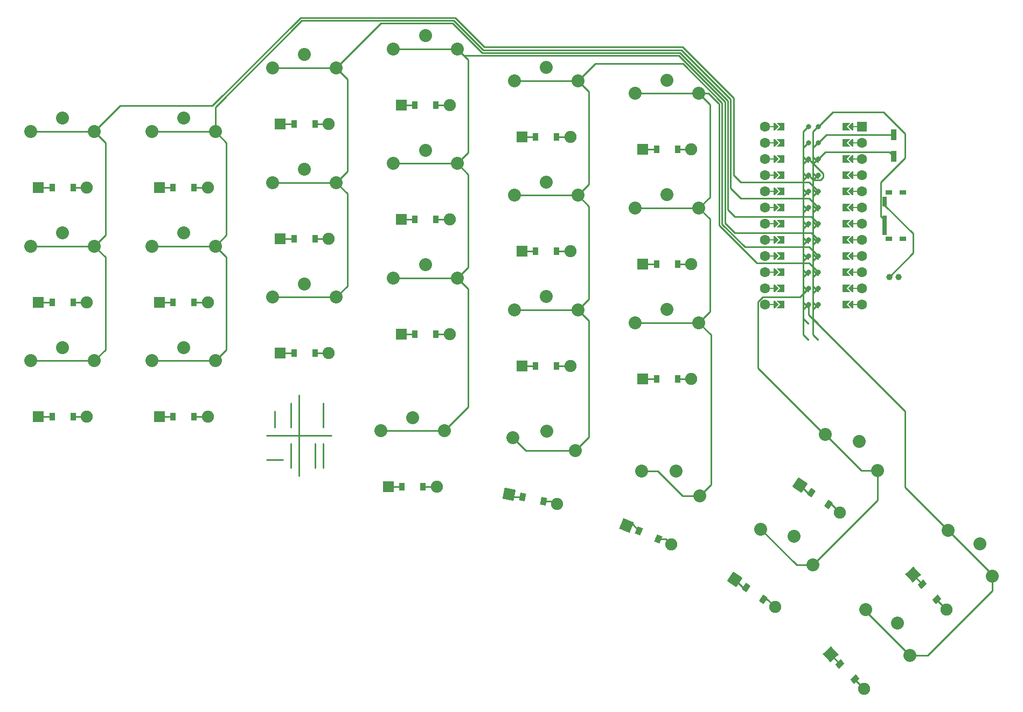
<source format=gbr>
%TF.GenerationSoftware,KiCad,Pcbnew,7.0.2-6a45011f42~172~ubuntu22.04.1*%
%TF.CreationDate,2023-05-10T23:38:50+02:00*%
%TF.ProjectId,keyboard,6b657962-6f61-4726-942e-6b696361645f,v1.0.0*%
%TF.SameCoordinates,Original*%
%TF.FileFunction,Copper,L2,Bot*%
%TF.FilePolarity,Positive*%
%FSLAX46Y46*%
G04 Gerber Fmt 4.6, Leading zero omitted, Abs format (unit mm)*
G04 Created by KiCad (PCBNEW 7.0.2-6a45011f42~172~ubuntu22.04.1) date 2023-05-10 23:38:50*
%MOMM*%
%LPD*%
G01*
G04 APERTURE LIST*
G04 Aperture macros list*
%AMRotRect*
0 Rectangle, with rotation*
0 The origin of the aperture is its center*
0 $1 length*
0 $2 width*
0 $3 Rotation angle, in degrees counterclockwise*
0 Add horizontal line*
21,1,$1,$2,0,0,$3*%
%AMFreePoly0*
4,1,5,0.125000,-0.500000,-0.125000,-0.500000,-0.125000,0.500000,0.125000,0.500000,0.125000,-0.500000,0.125000,-0.500000,$1*%
%AMFreePoly1*
4,1,6,0.600000,0.200000,0.000000,-0.400000,-0.600000,0.200000,-0.600000,0.400000,0.600000,0.400000,0.600000,0.200000,0.600000,0.200000,$1*%
%AMFreePoly2*
4,1,49,0.004652,0.123753,0.008918,0.124682,0.028635,0.117327,0.062500,0.108253,0.068172,0.102580,0.074910,0.100068,0.087486,0.083266,0.108253,0.062500,0.111163,0.051639,0.117119,0.043683,0.118510,0.024217,0.125000,0.000000,0.121245,-0.014013,0.122144,-0.026571,0.113772,-0.041901,0.108253,-0.062500,0.095633,-0.075119,0.088389,-0.088388,-0.641000,-0.817776,-0.641000,-4.770223,
0.088389,-5.499612,0.109711,-5.528094,0.124682,-5.596918,0.100068,-5.662910,0.043683,-5.705119,-0.026571,-5.710144,-0.088388,-5.676389,-0.854388,-4.910388,-0.867764,-4.892519,-0.871157,-4.889580,-0.871926,-4.886960,-0.875710,-4.881906,-0.882285,-4.851677,-0.891000,-4.822000,-0.891000,-0.766000,-0.887823,-0.743906,-0.888144,-0.739429,-0.886835,-0.737032,-0.885937,-0.730783,-0.869209,-0.704755,
-0.854388,-0.677612,-0.088388,0.088389,-0.064427,0.106325,-0.062500,0.108253,-0.061491,0.108523,-0.059906,0.109711,-0.044779,0.113001,0.000000,0.125000,0.004652,0.123753,0.004652,0.123753,$1*%
%AMFreePoly3*
4,1,6,0.600000,-0.250000,-0.600000,-0.250000,-0.600000,1.000000,0.000000,0.400000,0.600000,1.000000,0.600000,-0.250000,0.600000,-0.250000,$1*%
G04 Aperture macros list end*
%TA.AperFunction,ComponentPad*%
%ADD10C,1.000000*%
%TD*%
%TA.AperFunction,ComponentPad*%
%ADD11C,2.032000*%
%TD*%
%TA.AperFunction,ComponentPad*%
%ADD12R,1.778000X1.778000*%
%TD*%
%TA.AperFunction,SMDPad,CuDef*%
%ADD13R,0.900000X1.200000*%
%TD*%
%TA.AperFunction,ComponentPad*%
%ADD14C,1.905000*%
%TD*%
%TA.AperFunction,ComponentPad*%
%ADD15RotRect,1.778000X1.778000X337.000000*%
%TD*%
%TA.AperFunction,SMDPad,CuDef*%
%ADD16RotRect,0.900000X1.200000X337.000000*%
%TD*%
%TA.AperFunction,ComponentPad*%
%ADD17RotRect,1.778000X1.778000X314.000000*%
%TD*%
%TA.AperFunction,SMDPad,CuDef*%
%ADD18RotRect,0.900000X1.200000X314.000000*%
%TD*%
%TA.AperFunction,ComponentPad*%
%ADD19RotRect,1.778000X1.778000X325.500000*%
%TD*%
%TA.AperFunction,SMDPad,CuDef*%
%ADD20RotRect,0.900000X1.200000X325.500000*%
%TD*%
%TA.AperFunction,SMDPad,CuDef*%
%ADD21R,1.000000X0.800000*%
%TD*%
%TA.AperFunction,SMDPad,CuDef*%
%ADD22R,0.700000X1.500000*%
%TD*%
%TA.AperFunction,SMDPad,CuDef*%
%ADD23R,0.900000X1.700000*%
%TD*%
%TA.AperFunction,ComponentPad*%
%ADD24RotRect,1.778000X1.778000X348.500000*%
%TD*%
%TA.AperFunction,SMDPad,CuDef*%
%ADD25RotRect,0.900000X1.200000X348.500000*%
%TD*%
%TA.AperFunction,ComponentPad*%
%ADD26C,1.600000*%
%TD*%
%TA.AperFunction,ComponentPad*%
%ADD27R,1.600000X1.600000*%
%TD*%
%TA.AperFunction,SMDPad,CuDef*%
%ADD28FreePoly0,270.000000*%
%TD*%
%TA.AperFunction,SMDPad,CuDef*%
%ADD29FreePoly1,270.000000*%
%TD*%
%TA.AperFunction,SMDPad,CuDef*%
%ADD30FreePoly1,90.000000*%
%TD*%
%TA.AperFunction,SMDPad,CuDef*%
%ADD31FreePoly0,90.000000*%
%TD*%
%TA.AperFunction,SMDPad,CuDef*%
%ADD32FreePoly2,270.000000*%
%TD*%
%TA.AperFunction,ComponentPad*%
%ADD33C,0.800000*%
%TD*%
%TA.AperFunction,SMDPad,CuDef*%
%ADD34FreePoly3,90.000000*%
%TD*%
%TA.AperFunction,SMDPad,CuDef*%
%ADD35FreePoly3,270.000000*%
%TD*%
%TA.AperFunction,SMDPad,CuDef*%
%ADD36FreePoly2,90.000000*%
%TD*%
%TA.AperFunction,Conductor*%
%ADD37C,0.250000*%
%TD*%
G04 APERTURE END LIST*
D10*
%TO.P,,2*%
%TO.N,GND*%
X231400000Y-83000000D03*
%TO.P,,1*%
%TO.N,pos*%
X229900000Y-83000000D03*
%TD*%
D11*
%TO.P,S4,1*%
%TO.N,P20*%
X114000000Y-96200000D03*
X124000000Y-96200000D03*
%TO.P,S4,2*%
%TO.N,pinky_bottom*%
X119000000Y-94100000D03*
X119000000Y-94100000D03*
%TD*%
%TO.P,S21,1*%
%TO.N,P14*%
X190955367Y-113497941D03*
X200160416Y-117405252D03*
%TO.P,S21,2*%
%TO.N,middle_lower*%
X196378427Y-113518536D03*
X196378427Y-113518536D03*
%TD*%
%TO.P,S9,1*%
%TO.N,P19*%
X133000000Y-50200000D03*
X143000000Y-50200000D03*
%TO.P,S9,2*%
%TO.N,ring_top*%
X138000000Y-48100000D03*
X138000000Y-48100000D03*
%TD*%
D12*
%TO.P,D1,1*%
%TO.N,P2*%
X96190000Y-105000000D03*
D13*
X98350000Y-105000000D03*
%TO.P,D1,2*%
%TO.N,outer_bottom*%
X101650000Y-105000000D03*
D14*
X103810000Y-105000000D03*
%TD*%
D11*
%TO.P,S7,1*%
%TO.N,P19*%
X133000000Y-86200000D03*
X143000000Y-86200000D03*
%TO.P,S7,2*%
%TO.N,ring_bottom*%
X138000000Y-84100000D03*
X138000000Y-84100000D03*
%TD*%
D12*
%TO.P,D7,1*%
%TO.N,P2*%
X134190000Y-95000000D03*
D13*
X136350000Y-95000000D03*
%TO.P,D7,2*%
%TO.N,ring_bottom*%
X139650000Y-95000000D03*
D14*
X141810000Y-95000000D03*
%TD*%
D12*
%TO.P,D14,1*%
%TO.N,P0*%
X172190000Y-79000000D03*
D13*
X174350000Y-79000000D03*
%TO.P,D14,2*%
%TO.N,index_home*%
X177650000Y-79000000D03*
D14*
X179810000Y-79000000D03*
%TD*%
D15*
%TO.P,D21,1*%
%TO.N,P6*%
X188612334Y-122063353D03*
D16*
X190600624Y-122907333D03*
%TO.P,D21,2*%
%TO.N,middle_lower*%
X193638290Y-124196745D03*
D14*
X195626580Y-125040725D03*
%TD*%
D11*
%TO.P,S17,1*%
%TO.N,P14*%
X190000000Y-72200000D03*
X200000000Y-72200000D03*
%TO.P,S17,2*%
%TO.N,inner_home*%
X195000000Y-70100000D03*
X195000000Y-70100000D03*
%TD*%
%TO.P,S11,1*%
%TO.N,P18*%
X152000000Y-65200000D03*
X162000000Y-65200000D03*
%TO.P,S11,2*%
%TO.N,middle_home*%
X157000000Y-63100000D03*
X157000000Y-63100000D03*
%TD*%
D17*
%TO.P,D24,1*%
%TO.N,P6*%
X220690633Y-142266770D03*
D18*
X222191095Y-143820544D03*
%TO.P,D24,2*%
%TO.N,outer2_lower*%
X224483467Y-146194366D03*
D14*
X225983929Y-147748140D03*
%TD*%
D12*
%TO.P,D9,1*%
%TO.N,P1*%
X134190000Y-59000000D03*
D13*
X136350000Y-59000000D03*
%TO.P,D9,2*%
%TO.N,ring_top*%
X139650000Y-59000000D03*
D14*
X141810000Y-59000000D03*
%TD*%
D12*
%TO.P,D3,1*%
%TO.N,P1*%
X96190000Y-69000000D03*
D13*
X98350000Y-69000000D03*
%TO.P,D3,2*%
%TO.N,outer_top*%
X101650000Y-69000000D03*
D14*
X103810000Y-69000000D03*
%TD*%
D11*
%TO.P,S6,1*%
%TO.N,P20*%
X114000000Y-60200000D03*
X124000000Y-60200000D03*
%TO.P,S6,2*%
%TO.N,pinky_top*%
X119000000Y-58100000D03*
X119000000Y-58100000D03*
%TD*%
D19*
%TO.P,D23,1*%
%TO.N,P7*%
X215863984Y-115715733D03*
D20*
X217644097Y-116939171D03*
%TO.P,D23,2*%
%TO.N,outer1_upper*%
X220363713Y-118808311D03*
D14*
X222143826Y-120031749D03*
%TD*%
D11*
%TO.P,S14,1*%
%TO.N,P15*%
X171000000Y-70200000D03*
X181000000Y-70200000D03*
%TO.P,S14,2*%
%TO.N,index_home*%
X176000000Y-68100000D03*
X176000000Y-68100000D03*
%TD*%
D12*
%TO.P,D13,1*%
%TO.N,P2*%
X172190000Y-97000000D03*
D13*
X174350000Y-97000000D03*
%TO.P,D13,2*%
%TO.N,index_bottom*%
X177650000Y-97000000D03*
D14*
X179810000Y-97000000D03*
%TD*%
D11*
%TO.P,S18,1*%
%TO.N,P14*%
X190000000Y-54200000D03*
X200000000Y-54200000D03*
%TO.P,S18,2*%
%TO.N,inner_top*%
X195000000Y-52100000D03*
X195000000Y-52100000D03*
%TD*%
%TO.P,S16,1*%
%TO.N,P14*%
X190000000Y-90200000D03*
X200000000Y-90200000D03*
%TO.P,S16,2*%
%TO.N,inner_bottom*%
X195000000Y-88100000D03*
X195000000Y-88100000D03*
%TD*%
%TO.P,S2,1*%
%TO.N,P21*%
X95000000Y-78200000D03*
X105000000Y-78200000D03*
%TO.P,S2,2*%
%TO.N,outer_home*%
X100000000Y-76100000D03*
X100000000Y-76100000D03*
%TD*%
%TO.P,S23,1*%
%TO.N,P8*%
X219867649Y-107789399D03*
X228108911Y-113453462D03*
%TO.P,S23,2*%
%TO.N,outer1_upper*%
X225177733Y-108890765D03*
X225177733Y-108890765D03*
%TD*%
D12*
%TO.P,D19,1*%
%TO.N,P6*%
X151190000Y-116000000D03*
D13*
X153350000Y-116000000D03*
%TO.P,D19,2*%
%TO.N,inner1_lower*%
X156650000Y-116000000D03*
D14*
X158810000Y-116000000D03*
%TD*%
D11*
%TO.P,S12,1*%
%TO.N,P18*%
X152000000Y-47200000D03*
X162000000Y-47200000D03*
%TO.P,S12,2*%
%TO.N,middle_top*%
X157000000Y-45100000D03*
X157000000Y-45100000D03*
%TD*%
%TO.P,S1,1*%
%TO.N,P21*%
X95000000Y-96200000D03*
X105000000Y-96200000D03*
%TO.P,S1,2*%
%TO.N,outer_bottom*%
X100000000Y-94100000D03*
X100000000Y-94100000D03*
%TD*%
D21*
%TO.P,,*%
%TO.N,*%
X229870000Y-77050000D03*
X232080000Y-77050000D03*
X229870000Y-69750000D03*
X232080000Y-69750000D03*
D22*
%TO.P,,1*%
%TO.N,pos*%
X229220000Y-71150000D03*
%TO.P,,2*%
%TO.N,RAW*%
X229220000Y-74150000D03*
%TO.P,,3*%
%TO.N,N/C*%
X229220000Y-75650000D03*
%TD*%
D11*
%TO.P,S13,1*%
%TO.N,P15*%
X171000000Y-88200000D03*
X181000000Y-88200000D03*
%TO.P,S13,2*%
%TO.N,index_bottom*%
X176000000Y-86100000D03*
X176000000Y-86100000D03*
%TD*%
%TO.P,S15,1*%
%TO.N,P15*%
X171000000Y-52200000D03*
X181000000Y-52200000D03*
%TO.P,S15,2*%
%TO.N,index_top*%
X176000000Y-50100000D03*
X176000000Y-50100000D03*
%TD*%
%TO.P,S20,1*%
%TO.N,P15*%
X170794768Y-108286976D03*
X180594015Y-110280656D03*
%TO.P,S20,2*%
%TO.N,inner2_lower*%
X176113064Y-107225974D03*
X176113064Y-107225974D03*
%TD*%
D23*
%TO.P,,1*%
%TO.N,RST*%
X230650000Y-64100000D03*
%TO.P,,2*%
%TO.N,GND*%
X230650000Y-60700000D03*
%TD*%
D24*
%TO.P,D20,1*%
%TO.N,P6*%
X170206441Y-117147561D03*
D25*
X172323078Y-117578196D03*
%TO.P,D20,2*%
%TO.N,inner2_lower*%
X175556830Y-118236110D03*
D14*
X177673467Y-118666745D03*
%TD*%
D12*
%TO.P,D10,1*%
%TO.N,P2*%
X153190000Y-92000000D03*
D13*
X155350000Y-92000000D03*
%TO.P,D10,2*%
%TO.N,middle_bottom*%
X158650000Y-92000000D03*
D14*
X160810000Y-92000000D03*
%TD*%
D11*
%TO.P,S8,1*%
%TO.N,P19*%
X133000000Y-68200000D03*
X143000000Y-68200000D03*
%TO.P,S8,2*%
%TO.N,ring_home*%
X138000000Y-66100000D03*
X138000000Y-66100000D03*
%TD*%
D12*
%TO.P,D17,1*%
%TO.N,P0*%
X191190000Y-81000000D03*
D13*
X193350000Y-81000000D03*
%TO.P,D17,2*%
%TO.N,inner_home*%
X196650000Y-81000000D03*
D14*
X198810000Y-81000000D03*
%TD*%
D11*
%TO.P,S25,1*%
%TO.N,P9*%
X239142295Y-122793911D03*
X246088879Y-129987309D03*
%TO.P,S25,2*%
%TO.N,outer2_upper*%
X244126201Y-124931828D03*
X244126201Y-124931828D03*
%TD*%
D12*
%TO.P,D2,1*%
%TO.N,P0*%
X96190000Y-87000000D03*
D13*
X98350000Y-87000000D03*
%TO.P,D2,2*%
%TO.N,outer_home*%
X101650000Y-87000000D03*
D14*
X103810000Y-87000000D03*
%TD*%
D12*
%TO.P,D8,1*%
%TO.N,P0*%
X134190000Y-77000000D03*
D13*
X136350000Y-77000000D03*
%TO.P,D8,2*%
%TO.N,ring_home*%
X139650000Y-77000000D03*
D14*
X141810000Y-77000000D03*
%TD*%
D12*
%TO.P,D5,1*%
%TO.N,P0*%
X115190000Y-87000000D03*
D13*
X117350000Y-87000000D03*
%TO.P,D5,2*%
%TO.N,pinky_home*%
X120650000Y-87000000D03*
D14*
X122810000Y-87000000D03*
%TD*%
D11*
%TO.P,S10,1*%
%TO.N,P18*%
X152000000Y-83200000D03*
X162000000Y-83200000D03*
%TO.P,S10,2*%
%TO.N,middle_bottom*%
X157000000Y-81100000D03*
X157000000Y-81100000D03*
%TD*%
D12*
%TO.P,D11,1*%
%TO.N,P0*%
X153190000Y-74000000D03*
D13*
X155350000Y-74000000D03*
%TO.P,D11,2*%
%TO.N,middle_home*%
X158650000Y-74000000D03*
D14*
X160810000Y-74000000D03*
%TD*%
D12*
%TO.P,D16,1*%
%TO.N,P2*%
X191190000Y-99000000D03*
D13*
X193350000Y-99000000D03*
%TO.P,D16,2*%
%TO.N,inner_bottom*%
X196650000Y-99000000D03*
D14*
X198810000Y-99000000D03*
%TD*%
D11*
%TO.P,S24,1*%
%TO.N,P9*%
X226194179Y-135297762D03*
X233140763Y-142491160D03*
%TO.P,S24,2*%
%TO.N,outer2_lower*%
X231178085Y-137435679D03*
X231178085Y-137435679D03*
%TD*%
%TO.P,S5,1*%
%TO.N,P20*%
X114000000Y-78200000D03*
X124000000Y-78200000D03*
%TO.P,S5,2*%
%TO.N,pinky_home*%
X119000000Y-76100000D03*
X119000000Y-76100000D03*
%TD*%
%TO.P,S22,1*%
%TO.N,P8*%
X209672337Y-122623670D03*
X217913599Y-128287733D03*
%TO.P,S22,2*%
%TO.N,outer1_lower*%
X214982421Y-123725036D03*
X214982421Y-123725036D03*
%TD*%
D17*
%TO.P,D25,1*%
%TO.N,P7*%
X233638749Y-129762919D03*
D18*
X235139211Y-131316693D03*
%TO.P,D25,2*%
%TO.N,outer2_upper*%
X237431583Y-133690515D03*
D14*
X238932045Y-135244289D03*
%TD*%
D11*
%TO.P,S19,1*%
%TO.N,P18*%
X150000000Y-107200000D03*
X160000000Y-107200000D03*
%TO.P,S19,2*%
%TO.N,inner1_lower*%
X155000000Y-105100000D03*
X155000000Y-105100000D03*
%TD*%
D12*
%TO.P,D12,1*%
%TO.N,P1*%
X153190000Y-56000000D03*
D13*
X155350000Y-56000000D03*
%TO.P,D12,2*%
%TO.N,middle_top*%
X158650000Y-56000000D03*
D14*
X160810000Y-56000000D03*
%TD*%
D12*
%TO.P,D18,1*%
%TO.N,P1*%
X191190000Y-63000000D03*
D13*
X193350000Y-63000000D03*
%TO.P,D18,2*%
%TO.N,inner_top*%
X196650000Y-63000000D03*
D14*
X198810000Y-63000000D03*
%TD*%
D12*
%TO.P,D6,1*%
%TO.N,P1*%
X115190000Y-69000000D03*
D13*
X117350000Y-69000000D03*
%TO.P,D6,2*%
%TO.N,pinky_top*%
X120650000Y-69000000D03*
D14*
X122810000Y-69000000D03*
%TD*%
D19*
%TO.P,D22,1*%
%TO.N,P6*%
X205668672Y-130550004D03*
D20*
X207448785Y-131773442D03*
%TO.P,D22,2*%
%TO.N,outer1_lower*%
X210168401Y-133642582D03*
D14*
X211948514Y-134866020D03*
%TD*%
D12*
%TO.P,D4,1*%
%TO.N,P2*%
X115190000Y-105000000D03*
D13*
X117350000Y-105000000D03*
%TO.P,D4,2*%
%TO.N,pinky_bottom*%
X120650000Y-105000000D03*
D14*
X122810000Y-105000000D03*
%TD*%
D26*
%TO.P,MCU1,*%
%TO.N,*%
X225620000Y-59430000D03*
D27*
X225620000Y-59430000D03*
D28*
X224350000Y-59430000D03*
D29*
X223842000Y-59430000D03*
D30*
X212158000Y-59430000D03*
D31*
X211650000Y-59430000D03*
D26*
X210380000Y-59430000D03*
X225620000Y-61970000D03*
D28*
X224350000Y-61970000D03*
D29*
X223842000Y-61970000D03*
D30*
X212158000Y-61970000D03*
D31*
X211650000Y-61970000D03*
D26*
X210380000Y-61970000D03*
X225620000Y-64510000D03*
D28*
X224350000Y-64510000D03*
D29*
X223842000Y-64510000D03*
D30*
X212158000Y-64510000D03*
D31*
X211650000Y-64510000D03*
D26*
X210380000Y-64510000D03*
X225620000Y-67050000D03*
D28*
X224350000Y-67050000D03*
D29*
X223842000Y-67050000D03*
D30*
X212158000Y-67050000D03*
D31*
X211650000Y-67050000D03*
D26*
X210380000Y-67050000D03*
X225620000Y-69590000D03*
D28*
X224350000Y-69590000D03*
D29*
X223842000Y-69590000D03*
D30*
X212158000Y-69590000D03*
D31*
X211650000Y-69590000D03*
D26*
X210380000Y-69590000D03*
X225620000Y-72130000D03*
D28*
X224350000Y-72130000D03*
D29*
X223842000Y-72130000D03*
D30*
X212158000Y-72130000D03*
D31*
X211650000Y-72130000D03*
D26*
X210380000Y-72130000D03*
X225620000Y-74670000D03*
D28*
X224350000Y-74670000D03*
D29*
X223842000Y-74670000D03*
D30*
X212158000Y-74670000D03*
D31*
X211650000Y-74670000D03*
D26*
X210380000Y-74670000D03*
X225620000Y-77210000D03*
D28*
X224350000Y-77210000D03*
D29*
X223842000Y-77210000D03*
D30*
X212158000Y-77210000D03*
D31*
X211650000Y-77210000D03*
D26*
X210380000Y-77210000D03*
X225620000Y-79750000D03*
D28*
X224350000Y-79750000D03*
D29*
X223842000Y-79750000D03*
D30*
X212158000Y-79750000D03*
D31*
X211650000Y-79750000D03*
D26*
X210380000Y-79750000D03*
X225620000Y-82290000D03*
D28*
X224350000Y-82290000D03*
D29*
X223842000Y-82290000D03*
D30*
X212158000Y-82290000D03*
D31*
X211650000Y-82290000D03*
D26*
X210380000Y-82290000D03*
X225620000Y-84830000D03*
D28*
X224350000Y-84830000D03*
D29*
X223842000Y-84830000D03*
D30*
X212158000Y-84830000D03*
D31*
X211650000Y-84830000D03*
D26*
X210380000Y-84830000D03*
X225620000Y-87370000D03*
D28*
X224350000Y-87370000D03*
D29*
X223842000Y-87370000D03*
D30*
X212158000Y-87370000D03*
D31*
X211650000Y-87370000D03*
D26*
X210380000Y-87370000D03*
D32*
%TO.P,MCU1,1*%
%TO.N,RAW*%
X218762000Y-59430000D03*
D33*
X218762000Y-59430000D03*
D34*
X213174000Y-59430000D03*
D32*
%TO.P,MCU1,2*%
%TO.N,GND*%
X218762000Y-61970000D03*
D33*
X218762000Y-61970000D03*
D34*
X213174000Y-61970000D03*
D32*
%TO.P,MCU1,3*%
%TO.N,RST*%
X218762000Y-64510000D03*
D33*
X218762000Y-64510000D03*
D34*
X213174000Y-64510000D03*
D32*
%TO.P,MCU1,4*%
%TO.N,VCC*%
X218762000Y-67050000D03*
D33*
X218762000Y-67050000D03*
D34*
X213174000Y-67050000D03*
D32*
%TO.P,MCU1,5*%
%TO.N,P21*%
X218762000Y-69590000D03*
D33*
X218762000Y-69590000D03*
D34*
X213174000Y-69590000D03*
D32*
%TO.P,MCU1,6*%
%TO.N,P20*%
X218762000Y-72130000D03*
D33*
X218762000Y-72130000D03*
D34*
X213174000Y-72130000D03*
D32*
%TO.P,MCU1,7*%
%TO.N,P19*%
X218762000Y-74670000D03*
D33*
X218762000Y-74670000D03*
D34*
X213174000Y-74670000D03*
D32*
%TO.P,MCU1,8*%
%TO.N,P18*%
X218762000Y-77210000D03*
D33*
X218762000Y-77210000D03*
D34*
X213174000Y-77210000D03*
D32*
%TO.P,MCU1,9*%
%TO.N,P15*%
X218762000Y-79750000D03*
D33*
X218762000Y-79750000D03*
D34*
X213174000Y-79750000D03*
D32*
%TO.P,MCU1,10*%
%TO.N,P14*%
X218762000Y-82290000D03*
D33*
X218762000Y-82290000D03*
D34*
X213174000Y-82290000D03*
D32*
%TO.P,MCU1,11*%
%TO.N,P16*%
X218762000Y-84830000D03*
D33*
X218762000Y-84830000D03*
D34*
X213174000Y-84830000D03*
D32*
%TO.P,MCU1,12*%
%TO.N,P10*%
X218762000Y-87370000D03*
D33*
X218762000Y-87370000D03*
D34*
X213174000Y-87370000D03*
D35*
%TO.P,MCU1,13*%
%TO.N,P9*%
X222826000Y-87370000D03*
D36*
X217238000Y-87370000D03*
D33*
X217238000Y-87370000D03*
D35*
%TO.P,MCU1,14*%
%TO.N,P8*%
X222826000Y-84830000D03*
D36*
X217238000Y-84830000D03*
D33*
X217238000Y-84830000D03*
D35*
%TO.P,MCU1,15*%
%TO.N,P7*%
X222826000Y-82290000D03*
D36*
X217238000Y-82290000D03*
D33*
X217238000Y-82290000D03*
D35*
%TO.P,MCU1,16*%
%TO.N,P6*%
X222826000Y-79750000D03*
D36*
X217238000Y-79750000D03*
D33*
X217238000Y-79750000D03*
D35*
%TO.P,MCU1,17*%
%TO.N,P5*%
X222826000Y-77210000D03*
D36*
X217238000Y-77210000D03*
D33*
X217238000Y-77210000D03*
D35*
%TO.P,MCU1,18*%
%TO.N,P4*%
X222826000Y-74670000D03*
D36*
X217238000Y-74670000D03*
D33*
X217238000Y-74670000D03*
D35*
%TO.P,MCU1,19*%
%TO.N,P3*%
X222826000Y-72130000D03*
D36*
X217238000Y-72130000D03*
D33*
X217238000Y-72130000D03*
D35*
%TO.P,MCU1,20*%
%TO.N,P2*%
X222826000Y-69590000D03*
D36*
X217238000Y-69590000D03*
D33*
X217238000Y-69590000D03*
D35*
%TO.P,MCU1,21*%
%TO.N,GND*%
X222826000Y-67050000D03*
D36*
X217238000Y-67050000D03*
D33*
X217238000Y-67050000D03*
D35*
%TO.P,MCU1,22*%
X222826000Y-64510000D03*
D36*
X217238000Y-64510000D03*
D33*
X217238000Y-64510000D03*
D35*
%TO.P,MCU1,23*%
%TO.N,P0*%
X222826000Y-61970000D03*
D36*
X217238000Y-61970000D03*
D33*
X217238000Y-61970000D03*
D35*
%TO.P,MCU1,24*%
%TO.N,P1*%
X222826000Y-59430000D03*
D36*
X217238000Y-59430000D03*
D33*
X217238000Y-59430000D03*
%TD*%
D12*
%TO.P,D15,1*%
%TO.N,P1*%
X172190000Y-61000000D03*
D13*
X174350000Y-61000000D03*
%TO.P,D15,2*%
%TO.N,index_top*%
X177650000Y-61000000D03*
D14*
X179810000Y-61000000D03*
%TD*%
D11*
%TO.P,S3,1*%
%TO.N,P21*%
X95000000Y-60200000D03*
X105000000Y-60200000D03*
%TO.P,S3,2*%
%TO.N,outer_top*%
X100000000Y-58100000D03*
X100000000Y-58100000D03*
%TD*%
D37*
%TO.N,pos*%
X229220000Y-71150000D02*
X229220000Y-71740000D01*
X229220000Y-71740000D02*
X233680000Y-76200000D01*
X233680000Y-76200000D02*
X233680000Y-79220000D01*
X233680000Y-79220000D02*
X229900000Y-83000000D01*
%TO.N,P6*%
X190600624Y-122907333D02*
X189613291Y-121920000D01*
X189613291Y-121920000D02*
X188755687Y-121920000D01*
X188755687Y-121920000D02*
X188612334Y-122063353D01*
%TO.N,*%
X139700000Y-109220000D02*
X139700000Y-113030000D01*
X132080000Y-111760000D02*
X134620000Y-111760000D01*
X135890000Y-109220000D02*
X135890000Y-111760000D01*
X135890000Y-111760000D02*
X135890000Y-113030000D01*
X140970000Y-109220000D02*
X140970000Y-113030000D01*
X133350000Y-104140000D02*
X133350000Y-106680000D01*
X135890000Y-104140000D02*
X135890000Y-102870000D01*
X140970000Y-102870000D02*
X140970000Y-106680000D01*
X135890000Y-104140000D02*
X135890000Y-106680000D01*
X137160000Y-101600000D02*
X137160000Y-113030000D01*
X137160000Y-113030000D02*
X137160000Y-114300000D01*
X132080000Y-107950000D02*
X142240000Y-107950000D01*
%TO.N,P21*%
X217347000Y-68175000D02*
X218762000Y-69590000D01*
X205450000Y-67020000D02*
X206605000Y-68175000D01*
X106725900Y-61925900D02*
X106725900Y-76474100D01*
X106725900Y-79925900D02*
X106725900Y-94474100D01*
X106725900Y-94474100D02*
X105000000Y-96200000D01*
X95000000Y-96200000D02*
X105000000Y-96200000D01*
X106725900Y-76474100D02*
X105000000Y-78200000D01*
X95000000Y-60200000D02*
X105000000Y-60200000D01*
X166292792Y-46910000D02*
X197411980Y-46910000D01*
X161662792Y-42280000D02*
X166292792Y-46910000D01*
X123550000Y-56153604D02*
X137423604Y-42280000D01*
X105000000Y-60200000D02*
X106725900Y-61925900D01*
X95000000Y-78200000D02*
X105000000Y-78200000D01*
X197411980Y-46910000D02*
X205450000Y-54948020D01*
X206605000Y-68175000D02*
X217347000Y-68175000D01*
X109046396Y-56153604D02*
X123550000Y-56153604D01*
X105000000Y-78200000D02*
X106725900Y-79925900D01*
X205450000Y-54948020D02*
X205450000Y-67020000D01*
X105000000Y-60200000D02*
X109046396Y-56153604D01*
X137423604Y-42280000D02*
X161662792Y-42280000D01*
%TO.N,outer_bottom*%
X103810000Y-105000000D02*
X101650000Y-105000000D01*
%TO.N,outer_home*%
X103810000Y-87000000D02*
X101650000Y-87000000D01*
%TO.N,outer_top*%
X103810000Y-69000000D02*
X101650000Y-69000000D01*
%TO.N,P20*%
X125725900Y-61925900D02*
X125725900Y-76474100D01*
X124000000Y-96200000D02*
X114000000Y-96200000D01*
X125725900Y-76474100D02*
X124000000Y-78200000D01*
X197225584Y-47360000D02*
X166106396Y-47360000D01*
X137610000Y-42730000D02*
X124000000Y-56340000D01*
X124000000Y-56340000D02*
X124000000Y-60200000D01*
X166106396Y-47360000D02*
X161476396Y-42730000D01*
X125725900Y-94474100D02*
X124000000Y-96200000D01*
X124000000Y-78200000D02*
X125725900Y-79925900D01*
X125725900Y-79925900D02*
X125725900Y-94474100D01*
X114000000Y-60200000D02*
X124000000Y-60200000D01*
X217347000Y-70715000D02*
X206605000Y-70715000D01*
X124000000Y-78200000D02*
X114000000Y-78200000D01*
X206605000Y-70715000D02*
X205000000Y-69110000D01*
X218762000Y-72130000D02*
X217347000Y-70715000D01*
X205000000Y-55134416D02*
X197225584Y-47360000D01*
X161476396Y-42730000D02*
X137610000Y-42730000D01*
X205000000Y-69110000D02*
X205000000Y-55134416D01*
X124000000Y-60200000D02*
X125725900Y-61925900D01*
%TO.N,pinky_bottom*%
X120650000Y-105000000D02*
X122810000Y-105000000D01*
%TO.N,pinky_home*%
X120650000Y-87000000D02*
X122810000Y-87000000D01*
%TO.N,pinky_top*%
X122810000Y-69000000D02*
X120650000Y-69000000D01*
%TO.N,P19*%
X204550000Y-72470000D02*
X204550000Y-55320812D01*
X218762000Y-74670000D02*
X217637000Y-73545000D01*
X165920000Y-47810000D02*
X161290000Y-43180000D01*
X197039188Y-47810000D02*
X165920000Y-47810000D01*
X161290000Y-43180000D02*
X150020000Y-43180000D01*
X143000000Y-68200000D02*
X144725900Y-69925900D01*
X143000000Y-50200000D02*
X133000000Y-50200000D01*
X217637000Y-73545000D02*
X205625000Y-73545000D01*
X144725900Y-69925900D02*
X144725900Y-84474100D01*
X150020000Y-43180000D02*
X143000000Y-50200000D01*
X204550000Y-55320812D02*
X197039188Y-47810000D01*
X144725900Y-84474100D02*
X143000000Y-86200000D01*
X205625000Y-73545000D02*
X204550000Y-72470000D01*
X143000000Y-68200000D02*
X133000000Y-68200000D01*
X144725900Y-66474100D02*
X143000000Y-68200000D01*
X143000000Y-50200000D02*
X144725900Y-51925900D01*
X143000000Y-86200000D02*
X133000000Y-86200000D01*
X144725900Y-51925900D02*
X144725900Y-66474100D01*
%TO.N,ring_bottom*%
X139650000Y-95000000D02*
X141810000Y-95000000D01*
%TO.N,ring_home*%
X139650000Y-77000000D02*
X141810000Y-77000000D01*
%TO.N,ring_top*%
X139650000Y-59000000D02*
X141810000Y-59000000D01*
%TO.N,P18*%
X163725900Y-66925900D02*
X163725900Y-81474100D01*
X163060000Y-48260000D02*
X162000000Y-47200000D01*
X162000000Y-83200000D02*
X152000000Y-83200000D01*
X152000000Y-47200000D02*
X162000000Y-47200000D01*
X163725900Y-48925900D02*
X163725900Y-63474100D01*
X162000000Y-65200000D02*
X163725900Y-66925900D01*
X160000000Y-107200000D02*
X150000000Y-107200000D01*
X162000000Y-47200000D02*
X163725900Y-48925900D01*
X163725900Y-63474100D02*
X162000000Y-65200000D01*
X218762000Y-77210000D02*
X217637000Y-76085000D01*
X196852792Y-48260000D02*
X163060000Y-48260000D01*
X205627792Y-76085000D02*
X204100000Y-74557208D01*
X162000000Y-83200000D02*
X163725900Y-84925900D01*
X204100000Y-74557208D02*
X204100000Y-55507208D01*
X163725900Y-84925900D02*
X163725900Y-103474100D01*
X163725900Y-103474100D02*
X160000000Y-107200000D01*
X162000000Y-65200000D02*
X152000000Y-65200000D01*
X217637000Y-76085000D02*
X205627792Y-76085000D01*
X204100000Y-55507208D02*
X196852792Y-48260000D01*
X163725900Y-81474100D02*
X162000000Y-83200000D01*
%TO.N,middle_bottom*%
X158650000Y-92000000D02*
X160810000Y-92000000D01*
%TO.N,middle_home*%
X158650000Y-74000000D02*
X160810000Y-74000000D01*
%TO.N,middle_top*%
X158650000Y-56000000D02*
X160810000Y-56000000D01*
%TO.N,P15*%
X203650000Y-74743604D02*
X203650000Y-55693604D01*
X180594015Y-110280656D02*
X172788448Y-110280656D01*
X181000000Y-52200000D02*
X182725900Y-53925900D01*
X182725900Y-68474100D02*
X181000000Y-70200000D01*
X183670000Y-49530000D02*
X181000000Y-52200000D01*
X182725900Y-53925900D02*
X182725900Y-68474100D01*
X172788448Y-110280656D02*
X170794768Y-108286976D01*
X217347000Y-78335000D02*
X207241396Y-78335000D01*
X181000000Y-88200000D02*
X182725900Y-89925900D01*
X181000000Y-88200000D02*
X171000000Y-88200000D01*
X171000000Y-52200000D02*
X181000000Y-52200000D01*
X207241396Y-78335000D02*
X203650000Y-74743604D01*
X203650000Y-55693604D02*
X197486396Y-49530000D01*
X181000000Y-70200000D02*
X171000000Y-70200000D01*
X182725900Y-86474100D02*
X181000000Y-88200000D01*
X197486396Y-49530000D02*
X183670000Y-49530000D01*
X181000000Y-70200000D02*
X182725900Y-71925900D01*
X182725900Y-71925900D02*
X182725900Y-86474100D01*
X182725900Y-89925900D02*
X182725900Y-108148771D01*
X218762000Y-79750000D02*
X217347000Y-78335000D01*
X182725900Y-108148771D02*
X180594015Y-110280656D01*
%TO.N,index_bottom*%
X177650000Y-97000000D02*
X179810000Y-97000000D01*
%TO.N,index_home*%
X177650000Y-79000000D02*
X179810000Y-79000000D01*
%TO.N,index_top*%
X177650000Y-61000000D02*
X179810000Y-61000000D01*
%TO.N,P14*%
X201725900Y-70474100D02*
X200000000Y-72200000D01*
X200000000Y-72200000D02*
X190000000Y-72200000D01*
X197415252Y-117405252D02*
X193507941Y-113497941D01*
X201725900Y-55925900D02*
X201725900Y-70474100D01*
X201725900Y-73925900D02*
X201725900Y-88474100D01*
X200000000Y-90200000D02*
X190000000Y-90200000D01*
X190000000Y-54200000D02*
X200000000Y-54200000D01*
X200000000Y-72200000D02*
X201725900Y-73925900D01*
X203200000Y-74930000D02*
X203200000Y-55880000D01*
X200000000Y-90200000D02*
X201930000Y-92130000D01*
X201930000Y-115635668D02*
X200160416Y-117405252D01*
X200000000Y-54200000D02*
X201725900Y-55925900D01*
X203200000Y-55880000D02*
X201520000Y-54200000D01*
X218762000Y-82290000D02*
X217347000Y-80875000D01*
X201520000Y-54200000D02*
X200000000Y-54200000D01*
X201725900Y-88474100D02*
X200000000Y-90200000D01*
X200160416Y-117405252D02*
X197415252Y-117405252D01*
X209145000Y-80875000D02*
X203200000Y-74930000D01*
X193507941Y-113497941D02*
X190955367Y-113497941D01*
X201930000Y-92130000D02*
X201930000Y-115635668D01*
X217347000Y-80875000D02*
X209145000Y-80875000D01*
%TO.N,inner_bottom*%
X196650000Y-99000000D02*
X198810000Y-99000000D01*
%TO.N,inner_home*%
X196650000Y-81000000D02*
X198810000Y-81000000D01*
%TO.N,inner_top*%
X196650000Y-63000000D02*
X198810000Y-63000000D01*
%TO.N,inner1_lower*%
X156650000Y-116000000D02*
X158810000Y-116000000D01*
%TO.N,inner2_lower*%
X175556830Y-118236110D02*
X177242832Y-118236110D01*
X177242832Y-118236110D02*
X177673467Y-118666745D01*
%TO.N,middle_lower*%
X193638290Y-124196745D02*
X194782600Y-124196745D01*
X194782600Y-124196745D02*
X195626580Y-125040725D01*
%TO.N,P8*%
X215914000Y-86154000D02*
X217238000Y-84830000D01*
X228108911Y-113453462D02*
X228108911Y-118092421D01*
X210005009Y-86154000D02*
X215914000Y-86154000D01*
X219867649Y-107789399D02*
X219708524Y-107789399D01*
X209255000Y-97335875D02*
X209255000Y-86904009D01*
X225531712Y-113453462D02*
X219867649Y-107789399D01*
X215336400Y-128287733D02*
X209672337Y-122623670D01*
X228108911Y-113453462D02*
X225531712Y-113453462D01*
X228108911Y-118092421D02*
X217913599Y-128287733D01*
X209255000Y-86904009D02*
X210005009Y-86154000D01*
X217913599Y-128287733D02*
X215336400Y-128287733D01*
X219708524Y-107789399D02*
X209255000Y-97335875D01*
%TO.N,outer1_lower*%
X210725076Y-133642582D02*
X211948514Y-134866020D01*
X210168401Y-133642582D02*
X210725076Y-133642582D01*
%TO.N,outer1_upper*%
X220363713Y-118808311D02*
X220920388Y-118808311D01*
X220920388Y-118808311D02*
X222143826Y-120031749D01*
%TO.N,P9*%
X232410000Y-116061616D02*
X232410000Y-104140000D01*
X239142295Y-122793911D02*
X232410000Y-116061616D01*
X246088879Y-129987309D02*
X246088879Y-132334203D01*
X239142295Y-122793911D02*
X246088879Y-129740495D01*
X235931922Y-142491160D02*
X233140763Y-142491160D01*
X246088879Y-129740495D02*
X246088879Y-129987309D01*
X233140763Y-142491160D02*
X226194179Y-135544576D01*
X246088879Y-132334203D02*
X235931922Y-142491160D01*
X217238000Y-88968000D02*
X217238000Y-87370000D01*
X232410000Y-104140000D02*
X217238000Y-88968000D01*
X226194179Y-135544576D02*
X226194179Y-135297762D01*
%TO.N,outer2_lower*%
X224483467Y-146247678D02*
X225983929Y-147748140D01*
X224483467Y-146194366D02*
X224483467Y-146247678D01*
%TO.N,outer2_upper*%
X237431583Y-133690515D02*
X237431583Y-133743827D01*
X237431583Y-133743827D02*
X238932045Y-135244289D01*
%TO.N,P2*%
X174350000Y-97000000D02*
X172190000Y-97000000D01*
X98350000Y-105000000D02*
X96190000Y-105000000D01*
X155350000Y-92000000D02*
X153190000Y-92000000D01*
X115190000Y-105000000D02*
X117350000Y-105000000D01*
X136350000Y-95000000D02*
X134190000Y-95000000D01*
X193350000Y-99000000D02*
X191190000Y-99000000D01*
%TO.N,P0*%
X117350000Y-87000000D02*
X115190000Y-87000000D01*
X174350000Y-79000000D02*
X172190000Y-79000000D01*
X155350000Y-74000000D02*
X153190000Y-74000000D01*
X136350000Y-77000000D02*
X134190000Y-77000000D01*
X98350000Y-87000000D02*
X96190000Y-87000000D01*
X193350000Y-81000000D02*
X191190000Y-81000000D01*
%TO.N,P1*%
X136350000Y-59000000D02*
X134190000Y-59000000D01*
X172190000Y-61000000D02*
X174350000Y-61000000D01*
X98350000Y-69000000D02*
X96190000Y-69000000D01*
X153190000Y-56000000D02*
X155350000Y-56000000D01*
X191190000Y-63000000D02*
X193350000Y-63000000D01*
X117350000Y-69000000D02*
X115190000Y-69000000D01*
%TO.N,P6*%
X220690633Y-142320082D02*
X222191095Y-143820544D01*
X170637076Y-117578196D02*
X170206441Y-117147561D01*
X220690633Y-142266770D02*
X220690633Y-142320082D01*
X153350000Y-116000000D02*
X151190000Y-116000000D01*
X207448785Y-131773442D02*
X206892110Y-131773442D01*
X172323078Y-117578196D02*
X170637076Y-117578196D01*
X206892110Y-131773442D02*
X205668672Y-130550004D01*
%TO.N,P7*%
X217087422Y-116939171D02*
X215863984Y-115715733D01*
X233638749Y-129762919D02*
X233638749Y-129816231D01*
X217644097Y-116939171D02*
X217087422Y-116939171D01*
X233638749Y-129816231D02*
X235139211Y-131316693D01*
%TO.N,RAW*%
X232410000Y-64290000D02*
X232410000Y-60510000D01*
X228545000Y-73475000D02*
X228545000Y-68155000D01*
X221042000Y-57150000D02*
X218762000Y-59430000D01*
X229220000Y-74150000D02*
X228545000Y-73475000D01*
X228545000Y-68155000D02*
X232410000Y-64290000D01*
X229050000Y-57150000D02*
X221042000Y-57150000D01*
X232410000Y-60510000D02*
X229050000Y-57150000D01*
%TO.N,GND*%
X219062305Y-67775000D02*
X217963000Y-67775000D01*
X219487000Y-67350305D02*
X219062305Y-67775000D01*
X217963000Y-67775000D02*
X217238000Y-67050000D01*
X230650000Y-60700000D02*
X220032000Y-60700000D01*
X219487000Y-66749695D02*
X219487000Y-67350305D01*
X217247305Y-64510000D02*
X219487000Y-66749695D01*
X217238000Y-64510000D02*
X217247305Y-64510000D01*
X220032000Y-60700000D02*
X218762000Y-61970000D01*
%TO.N,RST*%
X219887000Y-63385000D02*
X218762000Y-64510000D01*
X229935000Y-63385000D02*
X219887000Y-63385000D01*
X230650000Y-64100000D02*
X229935000Y-63385000D01*
%TD*%
M02*

</source>
